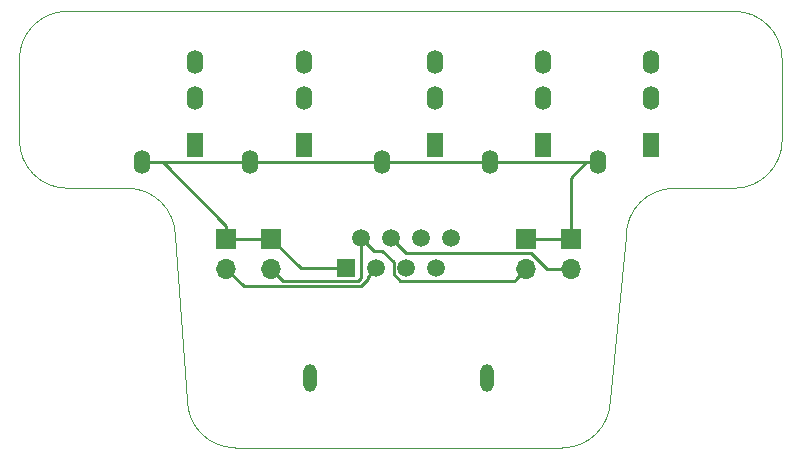
<source format=gbr>
G04 #@! TF.GenerationSoftware,KiCad,Pcbnew,(5.1.5)-3*
G04 #@! TF.CreationDate,2020-06-13T00:40:34-05:00*
G04 #@! TF.ProjectId,HeadphoneJack,48656164-7068-46f6-9e65-4a61636b2e6b,rev?*
G04 #@! TF.SameCoordinates,Original*
G04 #@! TF.FileFunction,Copper,L1,Top*
G04 #@! TF.FilePolarity,Positive*
%FSLAX46Y46*%
G04 Gerber Fmt 4.6, Leading zero omitted, Abs format (unit mm)*
G04 Created by KiCad (PCBNEW (5.1.5)-3) date 2020-06-13 00:40:34*
%MOMM*%
%LPD*%
G04 APERTURE LIST*
%ADD10C,0.050000*%
%ADD11O,1.140000X2.362000*%
%ADD12C,1.500000*%
%ADD13R,1.500000X1.500000*%
%ADD14R,1.700000X1.700000*%
%ADD15O,1.700000X1.700000*%
%ADD16O,1.400000X2.000000*%
%ADD17R,1.400000X2.000000*%
%ADD18C,0.250000*%
G04 APERTURE END LIST*
D10*
X123888500Y-86233000D02*
X128968500Y-86233000D01*
X175260000Y-86233000D02*
X180340000Y-86233000D01*
X171196000Y-90297000D02*
X169862500Y-104140000D01*
X133032500Y-90297000D02*
X134048500Y-104140000D01*
X171196000Y-90297000D02*
G75*
G02X175260000Y-86233000I4064000J0D01*
G01*
X184404000Y-82169000D02*
G75*
G02X180340000Y-86233000I-4064000J0D01*
G01*
X128968500Y-86233000D02*
G75*
G02X133032500Y-90297000I0J-4064000D01*
G01*
X123888500Y-86233000D02*
G75*
G02X119824500Y-82169000I0J4064000D01*
G01*
X184404000Y-75311000D02*
X184404000Y-82169000D01*
X119824500Y-75311000D02*
X119824500Y-82169000D01*
X138112500Y-108204000D02*
G75*
G02X134048500Y-104140000I0J4064000D01*
G01*
X165798500Y-108204000D02*
X138112500Y-108204000D01*
X169862500Y-104140000D02*
G75*
G02X165798500Y-108204000I-4064000J0D01*
G01*
X180340000Y-71247000D02*
X123888500Y-71247000D01*
X119824500Y-75311000D02*
G75*
G02X123888500Y-71247000I4064000J0D01*
G01*
X180340000Y-71247000D02*
G75*
G02X184404000Y-75311000I0J-4064000D01*
G01*
D11*
X159448500Y-102256451D03*
X144449800Y-102256451D03*
D12*
X156400500Y-90464501D03*
X155130500Y-93004501D03*
X153860500Y-90464501D03*
X152590500Y-93004501D03*
X151320500Y-90464501D03*
X150050500Y-93004501D03*
X148780500Y-90464501D03*
D13*
X147510500Y-93004501D03*
D14*
X141160500Y-90534501D03*
D15*
X141160500Y-93074501D03*
X162750500Y-93074501D03*
D14*
X162750500Y-90534501D03*
D15*
X137350500Y-93074501D03*
D14*
X137350500Y-90534501D03*
X166560500Y-90534501D03*
D15*
X166560500Y-93074501D03*
D16*
X134730001Y-75550000D03*
X134730001Y-78550000D03*
D17*
X134730001Y-82550000D03*
D16*
X130230001Y-84050000D03*
X139380001Y-84050000D03*
D17*
X143880001Y-82550000D03*
D16*
X143880001Y-78550000D03*
X143880001Y-75550000D03*
X150486501Y-84050000D03*
D17*
X154986501Y-82550000D03*
D16*
X154986501Y-78550000D03*
X154986501Y-75550000D03*
X164136501Y-75550000D03*
X164136501Y-78550000D03*
D17*
X164136501Y-82550000D03*
D16*
X159636501Y-84050000D03*
X168786501Y-84050000D03*
D17*
X173286501Y-82550000D03*
D16*
X173286501Y-78550000D03*
X173286501Y-75550000D03*
D18*
X149300501Y-93754500D02*
X150050500Y-93004501D01*
X149300501Y-93935912D02*
X149300501Y-93754500D01*
X148706902Y-94529511D02*
X149300501Y-93935912D01*
X138805511Y-94529512D02*
X148706902Y-94529511D01*
X137350500Y-93074501D02*
X138805511Y-94529512D01*
X152070499Y-91214500D02*
X151320500Y-90464501D01*
X152565501Y-91709502D02*
X152070499Y-91214500D01*
X163124503Y-91709502D02*
X152565501Y-91709502D01*
X164489502Y-93074501D02*
X163124503Y-91709502D01*
X166560500Y-93074501D02*
X164489502Y-93074501D01*
X130230001Y-84050000D02*
X139380001Y-84050000D01*
X139380001Y-84050000D02*
X150486501Y-84050000D01*
X150486501Y-84050000D02*
X159636501Y-84050000D01*
X159636501Y-84050000D02*
X168786501Y-84050000D01*
X138450500Y-90534501D02*
X141160500Y-90534501D01*
X137350500Y-90534501D02*
X138450500Y-90534501D01*
X131180001Y-84050000D02*
X130230001Y-84050000D01*
X131965999Y-84050000D02*
X131180001Y-84050000D01*
X137350500Y-89434501D02*
X131965999Y-84050000D01*
X137350500Y-90534501D02*
X137350500Y-89434501D01*
X162750500Y-90534501D02*
X166560500Y-90534501D01*
X167836501Y-84050000D02*
X168786501Y-84050000D01*
X166560500Y-85326001D02*
X167836501Y-84050000D01*
X166560500Y-90534501D02*
X166560500Y-85326001D01*
X143630500Y-93004501D02*
X141160500Y-90534501D01*
X147510500Y-93004501D02*
X143630500Y-93004501D01*
X161900501Y-93924500D02*
X162750500Y-93074501D01*
X161745499Y-94079502D02*
X161900501Y-93924500D01*
X152074499Y-94079502D02*
X161745499Y-94079502D01*
X151515499Y-93520502D02*
X152074499Y-94079502D01*
X151515499Y-92488500D02*
X151515499Y-93520502D01*
X150566501Y-91539502D02*
X151515499Y-92488500D01*
X149855501Y-91539502D02*
X150566501Y-91539502D01*
X148780500Y-90464501D02*
X149855501Y-91539502D01*
X142010499Y-93924500D02*
X141160500Y-93074501D01*
X142165501Y-94079502D02*
X142010499Y-93924500D01*
X148520501Y-94079502D02*
X142165501Y-94079502D01*
X148780500Y-93819503D02*
X148520501Y-94079502D01*
X148780500Y-90464501D02*
X148780500Y-93819503D01*
M02*

</source>
